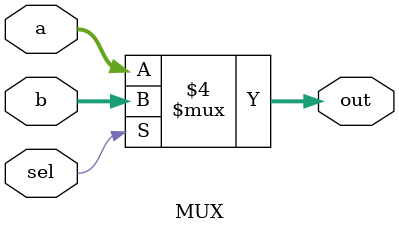
<source format=sv>
module MUX#(parameter DATA_WIDTH=32)(
    input logic [DATA_WIDTH-1:0] a, 
    input logic [DATA_WIDTH-1:0]b,
    input logic sel,
    output logic [DATA_WIDTH-1:0] out
);

always_comb begin
    if(sel==0)
        out=a;
    else
        out=b;
end

endmodule

</source>
